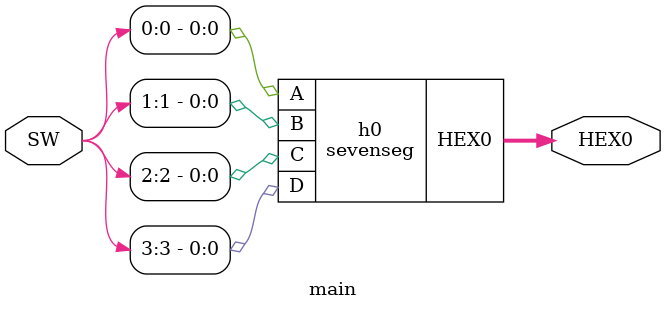
<source format=v>
module sevenseg(HEX0, A, B, C, D);
    input A, B, C, D;
    output [6:0] HEX0;

    assign HEX0[0] = (~A & ~B & ~C & D) | (~A & B & ~C & ~D) | (A & B & ~C & D) | (A & ~B & C & D);
    assign HEX0[1] = (~A & ~C & ~D) | (B & ~C & D) |  (~A & B & C & ~D) | (A & ~B & C & D);
    assign HEX0[2] = (~A & ~B & C & ~D) | (A & B & ~D) | (A & B & C);
    assign HEX0[3] = (~A & ~B & ~C & ~D) | (~A & B & ~C & D) | (B & C & D) | (A & ~B & ~C & D) | (A & ~B & C & ~D);
    assign HEX0[4] = (~A & B & ~C) | (~B & ~C & D) | (~A & D);
    assign HEX0[5] = (~A & ~B & D) | (~A & B & C) | (~A & C & D) | (A & B & ~C & D);
    assign HEX0[6] = (~A & ~B & ~C) | (~A & B & C & D) | (A & B & ~C & ~D);
endmodule

module main(HEX0, SW);
    input [4:0] SW;
    output [6:0] HEX0;
    sevenseg h0(
        .HEX0(HEX0),
        .A(SW[0]),
        .B(SW[1]),
        .C(SW[2]),
        .D(SW[3])
    );
endmodule
</source>
